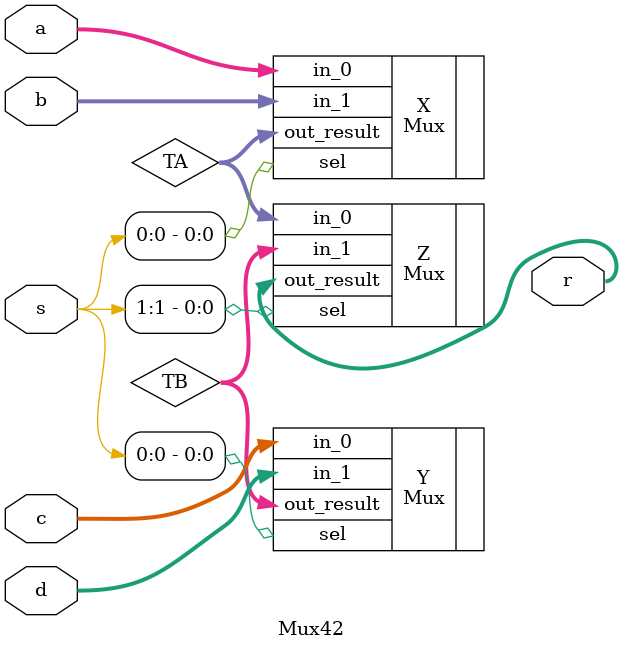
<source format=v>
module Mux42(
input [1:0] s,
input signed [15:0] a,
input signed [15:0] b,
input signed [15:0] c,
input signed [15:0] d,
output signed [15:0] r
);

wire [15:0] TA;
wire [15:0] TB;

Mux X (
	.in_0(a),
.in_1(b),
.sel(s[0]),
.out_result(TA)
);

Mux Y (
	.in_0(c),
.in_1(d),
.sel(s[0]),
.out_result(TB)
);

Mux Z (
	.in_0(TA),
.in_1(TB),
.sel(s[1]),
.out_result(r)
);


endmodule
</source>
